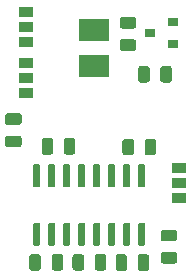
<source format=gbr>
G04 #@! TF.GenerationSoftware,KiCad,Pcbnew,(5.1.5)-3*
G04 #@! TF.CreationDate,2020-12-08T16:15:33+01:00*
G04 #@! TF.ProjectId,Microduino_UART,4d696372-6f64-4756-996e-6f5f55415254,0.0*
G04 #@! TF.SameCoordinates,Original*
G04 #@! TF.FileFunction,Paste,Bot*
G04 #@! TF.FilePolarity,Positive*
%FSLAX46Y46*%
G04 Gerber Fmt 4.6, Leading zero omitted, Abs format (unit mm)*
G04 Created by KiCad (PCBNEW (5.1.5)-3) date 2020-12-08 16:15:33*
%MOMM*%
%LPD*%
G04 APERTURE LIST*
%ADD10C,0.100000*%
%ADD11R,1.270000X0.970000*%
%ADD12R,0.900000X0.800000*%
%ADD13R,2.500000X1.950000*%
G04 APERTURE END LIST*
D10*
G36*
X155802242Y-78765074D02*
G01*
X155825903Y-78768584D01*
X155849107Y-78774396D01*
X155871629Y-78782454D01*
X155893253Y-78792682D01*
X155913770Y-78804979D01*
X155932983Y-78819229D01*
X155950707Y-78835293D01*
X155966771Y-78853017D01*
X155981021Y-78872230D01*
X155993318Y-78892747D01*
X156003546Y-78914371D01*
X156011604Y-78936893D01*
X156017416Y-78960097D01*
X156020926Y-78983758D01*
X156022100Y-79007650D01*
X156022100Y-79920150D01*
X156020926Y-79944042D01*
X156017416Y-79967703D01*
X156011604Y-79990907D01*
X156003546Y-80013429D01*
X155993318Y-80035053D01*
X155981021Y-80055570D01*
X155966771Y-80074783D01*
X155950707Y-80092507D01*
X155932983Y-80108571D01*
X155913770Y-80122821D01*
X155893253Y-80135118D01*
X155871629Y-80145346D01*
X155849107Y-80153404D01*
X155825903Y-80159216D01*
X155802242Y-80162726D01*
X155778350Y-80163900D01*
X155290850Y-80163900D01*
X155266958Y-80162726D01*
X155243297Y-80159216D01*
X155220093Y-80153404D01*
X155197571Y-80145346D01*
X155175947Y-80135118D01*
X155155430Y-80122821D01*
X155136217Y-80108571D01*
X155118493Y-80092507D01*
X155102429Y-80074783D01*
X155088179Y-80055570D01*
X155075882Y-80035053D01*
X155065654Y-80013429D01*
X155057596Y-79990907D01*
X155051784Y-79967703D01*
X155048274Y-79944042D01*
X155047100Y-79920150D01*
X155047100Y-79007650D01*
X155048274Y-78983758D01*
X155051784Y-78960097D01*
X155057596Y-78936893D01*
X155065654Y-78914371D01*
X155075882Y-78892747D01*
X155088179Y-78872230D01*
X155102429Y-78853017D01*
X155118493Y-78835293D01*
X155136217Y-78819229D01*
X155155430Y-78804979D01*
X155175947Y-78792682D01*
X155197571Y-78782454D01*
X155220093Y-78774396D01*
X155243297Y-78768584D01*
X155266958Y-78765074D01*
X155290850Y-78763900D01*
X155778350Y-78763900D01*
X155802242Y-78765074D01*
G37*
G36*
X153927242Y-78765074D02*
G01*
X153950903Y-78768584D01*
X153974107Y-78774396D01*
X153996629Y-78782454D01*
X154018253Y-78792682D01*
X154038770Y-78804979D01*
X154057983Y-78819229D01*
X154075707Y-78835293D01*
X154091771Y-78853017D01*
X154106021Y-78872230D01*
X154118318Y-78892747D01*
X154128546Y-78914371D01*
X154136604Y-78936893D01*
X154142416Y-78960097D01*
X154145926Y-78983758D01*
X154147100Y-79007650D01*
X154147100Y-79920150D01*
X154145926Y-79944042D01*
X154142416Y-79967703D01*
X154136604Y-79990907D01*
X154128546Y-80013429D01*
X154118318Y-80035053D01*
X154106021Y-80055570D01*
X154091771Y-80074783D01*
X154075707Y-80092507D01*
X154057983Y-80108571D01*
X154038770Y-80122821D01*
X154018253Y-80135118D01*
X153996629Y-80145346D01*
X153974107Y-80153404D01*
X153950903Y-80159216D01*
X153927242Y-80162726D01*
X153903350Y-80163900D01*
X153415850Y-80163900D01*
X153391958Y-80162726D01*
X153368297Y-80159216D01*
X153345093Y-80153404D01*
X153322571Y-80145346D01*
X153300947Y-80135118D01*
X153280430Y-80122821D01*
X153261217Y-80108571D01*
X153243493Y-80092507D01*
X153227429Y-80074783D01*
X153213179Y-80055570D01*
X153200882Y-80035053D01*
X153190654Y-80013429D01*
X153182596Y-79990907D01*
X153176784Y-79967703D01*
X153173274Y-79944042D01*
X153172100Y-79920150D01*
X153172100Y-79007650D01*
X153173274Y-78983758D01*
X153176784Y-78960097D01*
X153182596Y-78936893D01*
X153190654Y-78914371D01*
X153200882Y-78892747D01*
X153213179Y-78872230D01*
X153227429Y-78853017D01*
X153243493Y-78835293D01*
X153261217Y-78819229D01*
X153280430Y-78804979D01*
X153300947Y-78792682D01*
X153322571Y-78782454D01*
X153345093Y-78774396D01*
X153368297Y-78768584D01*
X153391958Y-78765074D01*
X153415850Y-78763900D01*
X153903350Y-78763900D01*
X153927242Y-78765074D01*
G37*
G36*
X151573142Y-88518674D02*
G01*
X151596803Y-88522184D01*
X151620007Y-88527996D01*
X151642529Y-88536054D01*
X151664153Y-88546282D01*
X151684670Y-88558579D01*
X151703883Y-88572829D01*
X151721607Y-88588893D01*
X151737671Y-88606617D01*
X151751921Y-88625830D01*
X151764218Y-88646347D01*
X151774446Y-88667971D01*
X151782504Y-88690493D01*
X151788316Y-88713697D01*
X151791826Y-88737358D01*
X151793000Y-88761250D01*
X151793000Y-89673750D01*
X151791826Y-89697642D01*
X151788316Y-89721303D01*
X151782504Y-89744507D01*
X151774446Y-89767029D01*
X151764218Y-89788653D01*
X151751921Y-89809170D01*
X151737671Y-89828383D01*
X151721607Y-89846107D01*
X151703883Y-89862171D01*
X151684670Y-89876421D01*
X151664153Y-89888718D01*
X151642529Y-89898946D01*
X151620007Y-89907004D01*
X151596803Y-89912816D01*
X151573142Y-89916326D01*
X151549250Y-89917500D01*
X151061750Y-89917500D01*
X151037858Y-89916326D01*
X151014197Y-89912816D01*
X150990993Y-89907004D01*
X150968471Y-89898946D01*
X150946847Y-89888718D01*
X150926330Y-89876421D01*
X150907117Y-89862171D01*
X150889393Y-89846107D01*
X150873329Y-89828383D01*
X150859079Y-89809170D01*
X150846782Y-89788653D01*
X150836554Y-89767029D01*
X150828496Y-89744507D01*
X150822684Y-89721303D01*
X150819174Y-89697642D01*
X150818000Y-89673750D01*
X150818000Y-88761250D01*
X150819174Y-88737358D01*
X150822684Y-88713697D01*
X150828496Y-88690493D01*
X150836554Y-88667971D01*
X150846782Y-88646347D01*
X150859079Y-88625830D01*
X150873329Y-88606617D01*
X150889393Y-88588893D01*
X150907117Y-88572829D01*
X150926330Y-88558579D01*
X150946847Y-88546282D01*
X150968471Y-88536054D01*
X150990993Y-88527996D01*
X151014197Y-88522184D01*
X151037858Y-88518674D01*
X151061750Y-88517500D01*
X151549250Y-88517500D01*
X151573142Y-88518674D01*
G37*
G36*
X149698142Y-88518674D02*
G01*
X149721803Y-88522184D01*
X149745007Y-88527996D01*
X149767529Y-88536054D01*
X149789153Y-88546282D01*
X149809670Y-88558579D01*
X149828883Y-88572829D01*
X149846607Y-88588893D01*
X149862671Y-88606617D01*
X149876921Y-88625830D01*
X149889218Y-88646347D01*
X149899446Y-88667971D01*
X149907504Y-88690493D01*
X149913316Y-88713697D01*
X149916826Y-88737358D01*
X149918000Y-88761250D01*
X149918000Y-89673750D01*
X149916826Y-89697642D01*
X149913316Y-89721303D01*
X149907504Y-89744507D01*
X149899446Y-89767029D01*
X149889218Y-89788653D01*
X149876921Y-89809170D01*
X149862671Y-89828383D01*
X149846607Y-89846107D01*
X149828883Y-89862171D01*
X149809670Y-89876421D01*
X149789153Y-89888718D01*
X149767529Y-89898946D01*
X149745007Y-89907004D01*
X149721803Y-89912816D01*
X149698142Y-89916326D01*
X149674250Y-89917500D01*
X149186750Y-89917500D01*
X149162858Y-89916326D01*
X149139197Y-89912816D01*
X149115993Y-89907004D01*
X149093471Y-89898946D01*
X149071847Y-89888718D01*
X149051330Y-89876421D01*
X149032117Y-89862171D01*
X149014393Y-89846107D01*
X148998329Y-89828383D01*
X148984079Y-89809170D01*
X148971782Y-89788653D01*
X148961554Y-89767029D01*
X148953496Y-89744507D01*
X148947684Y-89721303D01*
X148944174Y-89697642D01*
X148943000Y-89673750D01*
X148943000Y-88761250D01*
X148944174Y-88737358D01*
X148947684Y-88713697D01*
X148953496Y-88690493D01*
X148961554Y-88667971D01*
X148971782Y-88646347D01*
X148984079Y-88625830D01*
X148998329Y-88606617D01*
X149014393Y-88588893D01*
X149032117Y-88572829D01*
X149051330Y-88558579D01*
X149071847Y-88546282D01*
X149093471Y-88536054D01*
X149115993Y-88527996D01*
X149139197Y-88522184D01*
X149162858Y-88518674D01*
X149186750Y-88517500D01*
X149674250Y-88517500D01*
X149698142Y-88518674D01*
G37*
G36*
X153343042Y-88531374D02*
G01*
X153366703Y-88534884D01*
X153389907Y-88540696D01*
X153412429Y-88548754D01*
X153434053Y-88558982D01*
X153454570Y-88571279D01*
X153473783Y-88585529D01*
X153491507Y-88601593D01*
X153507571Y-88619317D01*
X153521821Y-88638530D01*
X153534118Y-88659047D01*
X153544346Y-88680671D01*
X153552404Y-88703193D01*
X153558216Y-88726397D01*
X153561726Y-88750058D01*
X153562900Y-88773950D01*
X153562900Y-89686450D01*
X153561726Y-89710342D01*
X153558216Y-89734003D01*
X153552404Y-89757207D01*
X153544346Y-89779729D01*
X153534118Y-89801353D01*
X153521821Y-89821870D01*
X153507571Y-89841083D01*
X153491507Y-89858807D01*
X153473783Y-89874871D01*
X153454570Y-89889121D01*
X153434053Y-89901418D01*
X153412429Y-89911646D01*
X153389907Y-89919704D01*
X153366703Y-89925516D01*
X153343042Y-89929026D01*
X153319150Y-89930200D01*
X152831650Y-89930200D01*
X152807758Y-89929026D01*
X152784097Y-89925516D01*
X152760893Y-89919704D01*
X152738371Y-89911646D01*
X152716747Y-89901418D01*
X152696230Y-89889121D01*
X152677017Y-89874871D01*
X152659293Y-89858807D01*
X152643229Y-89841083D01*
X152628979Y-89821870D01*
X152616682Y-89801353D01*
X152606454Y-89779729D01*
X152598396Y-89757207D01*
X152592584Y-89734003D01*
X152589074Y-89710342D01*
X152587900Y-89686450D01*
X152587900Y-88773950D01*
X152589074Y-88750058D01*
X152592584Y-88726397D01*
X152598396Y-88703193D01*
X152606454Y-88680671D01*
X152616682Y-88659047D01*
X152628979Y-88638530D01*
X152643229Y-88619317D01*
X152659293Y-88601593D01*
X152677017Y-88585529D01*
X152696230Y-88571279D01*
X152716747Y-88558982D01*
X152738371Y-88548754D01*
X152760893Y-88540696D01*
X152784097Y-88534884D01*
X152807758Y-88531374D01*
X152831650Y-88530200D01*
X153319150Y-88530200D01*
X153343042Y-88531374D01*
G37*
G36*
X155218042Y-88531374D02*
G01*
X155241703Y-88534884D01*
X155264907Y-88540696D01*
X155287429Y-88548754D01*
X155309053Y-88558982D01*
X155329570Y-88571279D01*
X155348783Y-88585529D01*
X155366507Y-88601593D01*
X155382571Y-88619317D01*
X155396821Y-88638530D01*
X155409118Y-88659047D01*
X155419346Y-88680671D01*
X155427404Y-88703193D01*
X155433216Y-88726397D01*
X155436726Y-88750058D01*
X155437900Y-88773950D01*
X155437900Y-89686450D01*
X155436726Y-89710342D01*
X155433216Y-89734003D01*
X155427404Y-89757207D01*
X155419346Y-89779729D01*
X155409118Y-89801353D01*
X155396821Y-89821870D01*
X155382571Y-89841083D01*
X155366507Y-89858807D01*
X155348783Y-89874871D01*
X155329570Y-89889121D01*
X155309053Y-89901418D01*
X155287429Y-89911646D01*
X155264907Y-89919704D01*
X155241703Y-89925516D01*
X155218042Y-89929026D01*
X155194150Y-89930200D01*
X154706650Y-89930200D01*
X154682758Y-89929026D01*
X154659097Y-89925516D01*
X154635893Y-89919704D01*
X154613371Y-89911646D01*
X154591747Y-89901418D01*
X154571230Y-89889121D01*
X154552017Y-89874871D01*
X154534293Y-89858807D01*
X154518229Y-89841083D01*
X154503979Y-89821870D01*
X154491682Y-89801353D01*
X154481454Y-89779729D01*
X154473396Y-89757207D01*
X154467584Y-89734003D01*
X154464074Y-89710342D01*
X154462900Y-89686450D01*
X154462900Y-88773950D01*
X154464074Y-88750058D01*
X154467584Y-88726397D01*
X154473396Y-88703193D01*
X154481454Y-88680671D01*
X154491682Y-88659047D01*
X154503979Y-88638530D01*
X154518229Y-88619317D01*
X154534293Y-88601593D01*
X154552017Y-88585529D01*
X154571230Y-88571279D01*
X154591747Y-88558982D01*
X154613371Y-88548754D01*
X154635893Y-88540696D01*
X154659097Y-88534884D01*
X154682758Y-88531374D01*
X154706650Y-88530200D01*
X155194150Y-88530200D01*
X155218042Y-88531374D01*
G37*
G36*
X157579142Y-86472874D02*
G01*
X157602803Y-86476384D01*
X157626007Y-86482196D01*
X157648529Y-86490254D01*
X157670153Y-86500482D01*
X157690670Y-86512779D01*
X157709883Y-86527029D01*
X157727607Y-86543093D01*
X157743671Y-86560817D01*
X157757921Y-86580030D01*
X157770218Y-86600547D01*
X157780446Y-86622171D01*
X157788504Y-86644693D01*
X157794316Y-86667897D01*
X157797826Y-86691558D01*
X157799000Y-86715450D01*
X157799000Y-87202950D01*
X157797826Y-87226842D01*
X157794316Y-87250503D01*
X157788504Y-87273707D01*
X157780446Y-87296229D01*
X157770218Y-87317853D01*
X157757921Y-87338370D01*
X157743671Y-87357583D01*
X157727607Y-87375307D01*
X157709883Y-87391371D01*
X157690670Y-87405621D01*
X157670153Y-87417918D01*
X157648529Y-87428146D01*
X157626007Y-87436204D01*
X157602803Y-87442016D01*
X157579142Y-87445526D01*
X157555250Y-87446700D01*
X156642750Y-87446700D01*
X156618858Y-87445526D01*
X156595197Y-87442016D01*
X156571993Y-87436204D01*
X156549471Y-87428146D01*
X156527847Y-87417918D01*
X156507330Y-87405621D01*
X156488117Y-87391371D01*
X156470393Y-87375307D01*
X156454329Y-87357583D01*
X156440079Y-87338370D01*
X156427782Y-87317853D01*
X156417554Y-87296229D01*
X156409496Y-87273707D01*
X156403684Y-87250503D01*
X156400174Y-87226842D01*
X156399000Y-87202950D01*
X156399000Y-86715450D01*
X156400174Y-86691558D01*
X156403684Y-86667897D01*
X156409496Y-86644693D01*
X156417554Y-86622171D01*
X156427782Y-86600547D01*
X156440079Y-86580030D01*
X156454329Y-86560817D01*
X156470393Y-86543093D01*
X156488117Y-86527029D01*
X156507330Y-86512779D01*
X156527847Y-86500482D01*
X156549471Y-86490254D01*
X156571993Y-86482196D01*
X156595197Y-86476384D01*
X156618858Y-86472874D01*
X156642750Y-86471700D01*
X157555250Y-86471700D01*
X157579142Y-86472874D01*
G37*
G36*
X157579142Y-88347874D02*
G01*
X157602803Y-88351384D01*
X157626007Y-88357196D01*
X157648529Y-88365254D01*
X157670153Y-88375482D01*
X157690670Y-88387779D01*
X157709883Y-88402029D01*
X157727607Y-88418093D01*
X157743671Y-88435817D01*
X157757921Y-88455030D01*
X157770218Y-88475547D01*
X157780446Y-88497171D01*
X157788504Y-88519693D01*
X157794316Y-88542897D01*
X157797826Y-88566558D01*
X157799000Y-88590450D01*
X157799000Y-89077950D01*
X157797826Y-89101842D01*
X157794316Y-89125503D01*
X157788504Y-89148707D01*
X157780446Y-89171229D01*
X157770218Y-89192853D01*
X157757921Y-89213370D01*
X157743671Y-89232583D01*
X157727607Y-89250307D01*
X157709883Y-89266371D01*
X157690670Y-89280621D01*
X157670153Y-89292918D01*
X157648529Y-89303146D01*
X157626007Y-89311204D01*
X157602803Y-89317016D01*
X157579142Y-89320526D01*
X157555250Y-89321700D01*
X156642750Y-89321700D01*
X156618858Y-89320526D01*
X156595197Y-89317016D01*
X156571993Y-89311204D01*
X156549471Y-89303146D01*
X156527847Y-89292918D01*
X156507330Y-89280621D01*
X156488117Y-89266371D01*
X156470393Y-89250307D01*
X156454329Y-89232583D01*
X156440079Y-89213370D01*
X156427782Y-89192853D01*
X156417554Y-89171229D01*
X156409496Y-89148707D01*
X156403684Y-89125503D01*
X156400174Y-89101842D01*
X156399000Y-89077950D01*
X156399000Y-88590450D01*
X156400174Y-88566558D01*
X156403684Y-88542897D01*
X156409496Y-88519693D01*
X156417554Y-88497171D01*
X156427782Y-88475547D01*
X156440079Y-88455030D01*
X156454329Y-88435817D01*
X156470393Y-88418093D01*
X156488117Y-88402029D01*
X156507330Y-88387779D01*
X156527847Y-88375482D01*
X156549471Y-88365254D01*
X156571993Y-88357196D01*
X156595197Y-88351384D01*
X156618858Y-88347874D01*
X156642750Y-88346700D01*
X157555250Y-88346700D01*
X157579142Y-88347874D01*
G37*
G36*
X147928242Y-88518674D02*
G01*
X147951903Y-88522184D01*
X147975107Y-88527996D01*
X147997629Y-88536054D01*
X148019253Y-88546282D01*
X148039770Y-88558579D01*
X148058983Y-88572829D01*
X148076707Y-88588893D01*
X148092771Y-88606617D01*
X148107021Y-88625830D01*
X148119318Y-88646347D01*
X148129546Y-88667971D01*
X148137604Y-88690493D01*
X148143416Y-88713697D01*
X148146926Y-88737358D01*
X148148100Y-88761250D01*
X148148100Y-89673750D01*
X148146926Y-89697642D01*
X148143416Y-89721303D01*
X148137604Y-89744507D01*
X148129546Y-89767029D01*
X148119318Y-89788653D01*
X148107021Y-89809170D01*
X148092771Y-89828383D01*
X148076707Y-89846107D01*
X148058983Y-89862171D01*
X148039770Y-89876421D01*
X148019253Y-89888718D01*
X147997629Y-89898946D01*
X147975107Y-89907004D01*
X147951903Y-89912816D01*
X147928242Y-89916326D01*
X147904350Y-89917500D01*
X147416850Y-89917500D01*
X147392958Y-89916326D01*
X147369297Y-89912816D01*
X147346093Y-89907004D01*
X147323571Y-89898946D01*
X147301947Y-89888718D01*
X147281430Y-89876421D01*
X147262217Y-89862171D01*
X147244493Y-89846107D01*
X147228429Y-89828383D01*
X147214179Y-89809170D01*
X147201882Y-89788653D01*
X147191654Y-89767029D01*
X147183596Y-89744507D01*
X147177784Y-89721303D01*
X147174274Y-89697642D01*
X147173100Y-89673750D01*
X147173100Y-88761250D01*
X147174274Y-88737358D01*
X147177784Y-88713697D01*
X147183596Y-88690493D01*
X147191654Y-88667971D01*
X147201882Y-88646347D01*
X147214179Y-88625830D01*
X147228429Y-88606617D01*
X147244493Y-88588893D01*
X147262217Y-88572829D01*
X147281430Y-88558579D01*
X147301947Y-88546282D01*
X147323571Y-88536054D01*
X147346093Y-88527996D01*
X147369297Y-88522184D01*
X147392958Y-88518674D01*
X147416850Y-88517500D01*
X147904350Y-88517500D01*
X147928242Y-88518674D01*
G37*
G36*
X146053242Y-88518674D02*
G01*
X146076903Y-88522184D01*
X146100107Y-88527996D01*
X146122629Y-88536054D01*
X146144253Y-88546282D01*
X146164770Y-88558579D01*
X146183983Y-88572829D01*
X146201707Y-88588893D01*
X146217771Y-88606617D01*
X146232021Y-88625830D01*
X146244318Y-88646347D01*
X146254546Y-88667971D01*
X146262604Y-88690493D01*
X146268416Y-88713697D01*
X146271926Y-88737358D01*
X146273100Y-88761250D01*
X146273100Y-89673750D01*
X146271926Y-89697642D01*
X146268416Y-89721303D01*
X146262604Y-89744507D01*
X146254546Y-89767029D01*
X146244318Y-89788653D01*
X146232021Y-89809170D01*
X146217771Y-89828383D01*
X146201707Y-89846107D01*
X146183983Y-89862171D01*
X146164770Y-89876421D01*
X146144253Y-89888718D01*
X146122629Y-89898946D01*
X146100107Y-89907004D01*
X146076903Y-89912816D01*
X146053242Y-89916326D01*
X146029350Y-89917500D01*
X145541850Y-89917500D01*
X145517958Y-89916326D01*
X145494297Y-89912816D01*
X145471093Y-89907004D01*
X145448571Y-89898946D01*
X145426947Y-89888718D01*
X145406430Y-89876421D01*
X145387217Y-89862171D01*
X145369493Y-89846107D01*
X145353429Y-89828383D01*
X145339179Y-89809170D01*
X145326882Y-89788653D01*
X145316654Y-89767029D01*
X145308596Y-89744507D01*
X145302784Y-89721303D01*
X145299274Y-89697642D01*
X145298100Y-89673750D01*
X145298100Y-88761250D01*
X145299274Y-88737358D01*
X145302784Y-88713697D01*
X145308596Y-88690493D01*
X145316654Y-88667971D01*
X145326882Y-88646347D01*
X145339179Y-88625830D01*
X145353429Y-88606617D01*
X145369493Y-88588893D01*
X145387217Y-88572829D01*
X145406430Y-88558579D01*
X145426947Y-88546282D01*
X145448571Y-88536054D01*
X145471093Y-88527996D01*
X145494297Y-88522184D01*
X145517958Y-88518674D01*
X145541850Y-88517500D01*
X146029350Y-88517500D01*
X146053242Y-88518674D01*
G37*
D11*
X145046700Y-72339200D03*
X145046700Y-73609200D03*
X145046700Y-74879200D03*
X145046700Y-70535800D03*
X145046700Y-69265800D03*
X145046700Y-67995800D03*
D12*
X157489400Y-68849200D03*
X157489400Y-70749200D03*
X155489400Y-69799200D03*
D10*
G36*
X154112042Y-68451574D02*
G01*
X154135703Y-68455084D01*
X154158907Y-68460896D01*
X154181429Y-68468954D01*
X154203053Y-68479182D01*
X154223570Y-68491479D01*
X154242783Y-68505729D01*
X154260507Y-68521793D01*
X154276571Y-68539517D01*
X154290821Y-68558730D01*
X154303118Y-68579247D01*
X154313346Y-68600871D01*
X154321404Y-68623393D01*
X154327216Y-68646597D01*
X154330726Y-68670258D01*
X154331900Y-68694150D01*
X154331900Y-69181650D01*
X154330726Y-69205542D01*
X154327216Y-69229203D01*
X154321404Y-69252407D01*
X154313346Y-69274929D01*
X154303118Y-69296553D01*
X154290821Y-69317070D01*
X154276571Y-69336283D01*
X154260507Y-69354007D01*
X154242783Y-69370071D01*
X154223570Y-69384321D01*
X154203053Y-69396618D01*
X154181429Y-69406846D01*
X154158907Y-69414904D01*
X154135703Y-69420716D01*
X154112042Y-69424226D01*
X154088150Y-69425400D01*
X153175650Y-69425400D01*
X153151758Y-69424226D01*
X153128097Y-69420716D01*
X153104893Y-69414904D01*
X153082371Y-69406846D01*
X153060747Y-69396618D01*
X153040230Y-69384321D01*
X153021017Y-69370071D01*
X153003293Y-69354007D01*
X152987229Y-69336283D01*
X152972979Y-69317070D01*
X152960682Y-69296553D01*
X152950454Y-69274929D01*
X152942396Y-69252407D01*
X152936584Y-69229203D01*
X152933074Y-69205542D01*
X152931900Y-69181650D01*
X152931900Y-68694150D01*
X152933074Y-68670258D01*
X152936584Y-68646597D01*
X152942396Y-68623393D01*
X152950454Y-68600871D01*
X152960682Y-68579247D01*
X152972979Y-68558730D01*
X152987229Y-68539517D01*
X153003293Y-68521793D01*
X153021017Y-68505729D01*
X153040230Y-68491479D01*
X153060747Y-68479182D01*
X153082371Y-68468954D01*
X153104893Y-68460896D01*
X153128097Y-68455084D01*
X153151758Y-68451574D01*
X153175650Y-68450400D01*
X154088150Y-68450400D01*
X154112042Y-68451574D01*
G37*
G36*
X154112042Y-70326574D02*
G01*
X154135703Y-70330084D01*
X154158907Y-70335896D01*
X154181429Y-70343954D01*
X154203053Y-70354182D01*
X154223570Y-70366479D01*
X154242783Y-70380729D01*
X154260507Y-70396793D01*
X154276571Y-70414517D01*
X154290821Y-70433730D01*
X154303118Y-70454247D01*
X154313346Y-70475871D01*
X154321404Y-70498393D01*
X154327216Y-70521597D01*
X154330726Y-70545258D01*
X154331900Y-70569150D01*
X154331900Y-71056650D01*
X154330726Y-71080542D01*
X154327216Y-71104203D01*
X154321404Y-71127407D01*
X154313346Y-71149929D01*
X154303118Y-71171553D01*
X154290821Y-71192070D01*
X154276571Y-71211283D01*
X154260507Y-71229007D01*
X154242783Y-71245071D01*
X154223570Y-71259321D01*
X154203053Y-71271618D01*
X154181429Y-71281846D01*
X154158907Y-71289904D01*
X154135703Y-71295716D01*
X154112042Y-71299226D01*
X154088150Y-71300400D01*
X153175650Y-71300400D01*
X153151758Y-71299226D01*
X153128097Y-71295716D01*
X153104893Y-71289904D01*
X153082371Y-71281846D01*
X153060747Y-71271618D01*
X153040230Y-71259321D01*
X153021017Y-71245071D01*
X153003293Y-71229007D01*
X152987229Y-71211283D01*
X152972979Y-71192070D01*
X152960682Y-71171553D01*
X152950454Y-71149929D01*
X152942396Y-71127407D01*
X152936584Y-71104203D01*
X152933074Y-71080542D01*
X152931900Y-71056650D01*
X152931900Y-70569150D01*
X152933074Y-70545258D01*
X152936584Y-70521597D01*
X152942396Y-70498393D01*
X152950454Y-70475871D01*
X152960682Y-70454247D01*
X152972979Y-70433730D01*
X152987229Y-70414517D01*
X153003293Y-70396793D01*
X153021017Y-70380729D01*
X153040230Y-70366479D01*
X153060747Y-70354182D01*
X153082371Y-70343954D01*
X153104893Y-70335896D01*
X153128097Y-70330084D01*
X153151758Y-70326574D01*
X153175650Y-70325400D01*
X154088150Y-70325400D01*
X154112042Y-70326574D01*
G37*
G36*
X157135742Y-72592874D02*
G01*
X157159403Y-72596384D01*
X157182607Y-72602196D01*
X157205129Y-72610254D01*
X157226753Y-72620482D01*
X157247270Y-72632779D01*
X157266483Y-72647029D01*
X157284207Y-72663093D01*
X157300271Y-72680817D01*
X157314521Y-72700030D01*
X157326818Y-72720547D01*
X157337046Y-72742171D01*
X157345104Y-72764693D01*
X157350916Y-72787897D01*
X157354426Y-72811558D01*
X157355600Y-72835450D01*
X157355600Y-73747950D01*
X157354426Y-73771842D01*
X157350916Y-73795503D01*
X157345104Y-73818707D01*
X157337046Y-73841229D01*
X157326818Y-73862853D01*
X157314521Y-73883370D01*
X157300271Y-73902583D01*
X157284207Y-73920307D01*
X157266483Y-73936371D01*
X157247270Y-73950621D01*
X157226753Y-73962918D01*
X157205129Y-73973146D01*
X157182607Y-73981204D01*
X157159403Y-73987016D01*
X157135742Y-73990526D01*
X157111850Y-73991700D01*
X156624350Y-73991700D01*
X156600458Y-73990526D01*
X156576797Y-73987016D01*
X156553593Y-73981204D01*
X156531071Y-73973146D01*
X156509447Y-73962918D01*
X156488930Y-73950621D01*
X156469717Y-73936371D01*
X156451993Y-73920307D01*
X156435929Y-73902583D01*
X156421679Y-73883370D01*
X156409382Y-73862853D01*
X156399154Y-73841229D01*
X156391096Y-73818707D01*
X156385284Y-73795503D01*
X156381774Y-73771842D01*
X156380600Y-73747950D01*
X156380600Y-72835450D01*
X156381774Y-72811558D01*
X156385284Y-72787897D01*
X156391096Y-72764693D01*
X156399154Y-72742171D01*
X156409382Y-72720547D01*
X156421679Y-72700030D01*
X156435929Y-72680817D01*
X156451993Y-72663093D01*
X156469717Y-72647029D01*
X156488930Y-72632779D01*
X156509447Y-72620482D01*
X156531071Y-72610254D01*
X156553593Y-72602196D01*
X156576797Y-72596384D01*
X156600458Y-72592874D01*
X156624350Y-72591700D01*
X157111850Y-72591700D01*
X157135742Y-72592874D01*
G37*
G36*
X155260742Y-72592874D02*
G01*
X155284403Y-72596384D01*
X155307607Y-72602196D01*
X155330129Y-72610254D01*
X155351753Y-72620482D01*
X155372270Y-72632779D01*
X155391483Y-72647029D01*
X155409207Y-72663093D01*
X155425271Y-72680817D01*
X155439521Y-72700030D01*
X155451818Y-72720547D01*
X155462046Y-72742171D01*
X155470104Y-72764693D01*
X155475916Y-72787897D01*
X155479426Y-72811558D01*
X155480600Y-72835450D01*
X155480600Y-73747950D01*
X155479426Y-73771842D01*
X155475916Y-73795503D01*
X155470104Y-73818707D01*
X155462046Y-73841229D01*
X155451818Y-73862853D01*
X155439521Y-73883370D01*
X155425271Y-73902583D01*
X155409207Y-73920307D01*
X155391483Y-73936371D01*
X155372270Y-73950621D01*
X155351753Y-73962918D01*
X155330129Y-73973146D01*
X155307607Y-73981204D01*
X155284403Y-73987016D01*
X155260742Y-73990526D01*
X155236850Y-73991700D01*
X154749350Y-73991700D01*
X154725458Y-73990526D01*
X154701797Y-73987016D01*
X154678593Y-73981204D01*
X154656071Y-73973146D01*
X154634447Y-73962918D01*
X154613930Y-73950621D01*
X154594717Y-73936371D01*
X154576993Y-73920307D01*
X154560929Y-73902583D01*
X154546679Y-73883370D01*
X154534382Y-73862853D01*
X154524154Y-73841229D01*
X154516096Y-73818707D01*
X154510284Y-73795503D01*
X154506774Y-73771842D01*
X154505600Y-73747950D01*
X154505600Y-72835450D01*
X154506774Y-72811558D01*
X154510284Y-72787897D01*
X154516096Y-72764693D01*
X154524154Y-72742171D01*
X154534382Y-72720547D01*
X154546679Y-72700030D01*
X154560929Y-72680817D01*
X154576993Y-72663093D01*
X154594717Y-72647029D01*
X154613930Y-72632779D01*
X154634447Y-72620482D01*
X154656071Y-72610254D01*
X154678593Y-72602196D01*
X154701797Y-72596384D01*
X154725458Y-72592874D01*
X154749350Y-72591700D01*
X155236850Y-72591700D01*
X155260742Y-72592874D01*
G37*
G36*
X154965003Y-85866822D02*
G01*
X154979564Y-85868982D01*
X154993843Y-85872559D01*
X155007703Y-85877518D01*
X155021010Y-85883812D01*
X155033636Y-85891380D01*
X155045459Y-85900148D01*
X155056366Y-85910034D01*
X155066252Y-85920941D01*
X155075020Y-85932764D01*
X155082588Y-85945390D01*
X155088882Y-85958697D01*
X155093841Y-85972557D01*
X155097418Y-85986836D01*
X155099578Y-86001397D01*
X155100300Y-86016100D01*
X155100300Y-87666100D01*
X155099578Y-87680803D01*
X155097418Y-87695364D01*
X155093841Y-87709643D01*
X155088882Y-87723503D01*
X155082588Y-87736810D01*
X155075020Y-87749436D01*
X155066252Y-87761259D01*
X155056366Y-87772166D01*
X155045459Y-87782052D01*
X155033636Y-87790820D01*
X155021010Y-87798388D01*
X155007703Y-87804682D01*
X154993843Y-87809641D01*
X154979564Y-87813218D01*
X154965003Y-87815378D01*
X154950300Y-87816100D01*
X154650300Y-87816100D01*
X154635597Y-87815378D01*
X154621036Y-87813218D01*
X154606757Y-87809641D01*
X154592897Y-87804682D01*
X154579590Y-87798388D01*
X154566964Y-87790820D01*
X154555141Y-87782052D01*
X154544234Y-87772166D01*
X154534348Y-87761259D01*
X154525580Y-87749436D01*
X154518012Y-87736810D01*
X154511718Y-87723503D01*
X154506759Y-87709643D01*
X154503182Y-87695364D01*
X154501022Y-87680803D01*
X154500300Y-87666100D01*
X154500300Y-86016100D01*
X154501022Y-86001397D01*
X154503182Y-85986836D01*
X154506759Y-85972557D01*
X154511718Y-85958697D01*
X154518012Y-85945390D01*
X154525580Y-85932764D01*
X154534348Y-85920941D01*
X154544234Y-85910034D01*
X154555141Y-85900148D01*
X154566964Y-85891380D01*
X154579590Y-85883812D01*
X154592897Y-85877518D01*
X154606757Y-85872559D01*
X154621036Y-85868982D01*
X154635597Y-85866822D01*
X154650300Y-85866100D01*
X154950300Y-85866100D01*
X154965003Y-85866822D01*
G37*
G36*
X153695003Y-85866822D02*
G01*
X153709564Y-85868982D01*
X153723843Y-85872559D01*
X153737703Y-85877518D01*
X153751010Y-85883812D01*
X153763636Y-85891380D01*
X153775459Y-85900148D01*
X153786366Y-85910034D01*
X153796252Y-85920941D01*
X153805020Y-85932764D01*
X153812588Y-85945390D01*
X153818882Y-85958697D01*
X153823841Y-85972557D01*
X153827418Y-85986836D01*
X153829578Y-86001397D01*
X153830300Y-86016100D01*
X153830300Y-87666100D01*
X153829578Y-87680803D01*
X153827418Y-87695364D01*
X153823841Y-87709643D01*
X153818882Y-87723503D01*
X153812588Y-87736810D01*
X153805020Y-87749436D01*
X153796252Y-87761259D01*
X153786366Y-87772166D01*
X153775459Y-87782052D01*
X153763636Y-87790820D01*
X153751010Y-87798388D01*
X153737703Y-87804682D01*
X153723843Y-87809641D01*
X153709564Y-87813218D01*
X153695003Y-87815378D01*
X153680300Y-87816100D01*
X153380300Y-87816100D01*
X153365597Y-87815378D01*
X153351036Y-87813218D01*
X153336757Y-87809641D01*
X153322897Y-87804682D01*
X153309590Y-87798388D01*
X153296964Y-87790820D01*
X153285141Y-87782052D01*
X153274234Y-87772166D01*
X153264348Y-87761259D01*
X153255580Y-87749436D01*
X153248012Y-87736810D01*
X153241718Y-87723503D01*
X153236759Y-87709643D01*
X153233182Y-87695364D01*
X153231022Y-87680803D01*
X153230300Y-87666100D01*
X153230300Y-86016100D01*
X153231022Y-86001397D01*
X153233182Y-85986836D01*
X153236759Y-85972557D01*
X153241718Y-85958697D01*
X153248012Y-85945390D01*
X153255580Y-85932764D01*
X153264348Y-85920941D01*
X153274234Y-85910034D01*
X153285141Y-85900148D01*
X153296964Y-85891380D01*
X153309590Y-85883812D01*
X153322897Y-85877518D01*
X153336757Y-85872559D01*
X153351036Y-85868982D01*
X153365597Y-85866822D01*
X153380300Y-85866100D01*
X153680300Y-85866100D01*
X153695003Y-85866822D01*
G37*
G36*
X152425003Y-85866822D02*
G01*
X152439564Y-85868982D01*
X152453843Y-85872559D01*
X152467703Y-85877518D01*
X152481010Y-85883812D01*
X152493636Y-85891380D01*
X152505459Y-85900148D01*
X152516366Y-85910034D01*
X152526252Y-85920941D01*
X152535020Y-85932764D01*
X152542588Y-85945390D01*
X152548882Y-85958697D01*
X152553841Y-85972557D01*
X152557418Y-85986836D01*
X152559578Y-86001397D01*
X152560300Y-86016100D01*
X152560300Y-87666100D01*
X152559578Y-87680803D01*
X152557418Y-87695364D01*
X152553841Y-87709643D01*
X152548882Y-87723503D01*
X152542588Y-87736810D01*
X152535020Y-87749436D01*
X152526252Y-87761259D01*
X152516366Y-87772166D01*
X152505459Y-87782052D01*
X152493636Y-87790820D01*
X152481010Y-87798388D01*
X152467703Y-87804682D01*
X152453843Y-87809641D01*
X152439564Y-87813218D01*
X152425003Y-87815378D01*
X152410300Y-87816100D01*
X152110300Y-87816100D01*
X152095597Y-87815378D01*
X152081036Y-87813218D01*
X152066757Y-87809641D01*
X152052897Y-87804682D01*
X152039590Y-87798388D01*
X152026964Y-87790820D01*
X152015141Y-87782052D01*
X152004234Y-87772166D01*
X151994348Y-87761259D01*
X151985580Y-87749436D01*
X151978012Y-87736810D01*
X151971718Y-87723503D01*
X151966759Y-87709643D01*
X151963182Y-87695364D01*
X151961022Y-87680803D01*
X151960300Y-87666100D01*
X151960300Y-86016100D01*
X151961022Y-86001397D01*
X151963182Y-85986836D01*
X151966759Y-85972557D01*
X151971718Y-85958697D01*
X151978012Y-85945390D01*
X151985580Y-85932764D01*
X151994348Y-85920941D01*
X152004234Y-85910034D01*
X152015141Y-85900148D01*
X152026964Y-85891380D01*
X152039590Y-85883812D01*
X152052897Y-85877518D01*
X152066757Y-85872559D01*
X152081036Y-85868982D01*
X152095597Y-85866822D01*
X152110300Y-85866100D01*
X152410300Y-85866100D01*
X152425003Y-85866822D01*
G37*
G36*
X151155003Y-85866822D02*
G01*
X151169564Y-85868982D01*
X151183843Y-85872559D01*
X151197703Y-85877518D01*
X151211010Y-85883812D01*
X151223636Y-85891380D01*
X151235459Y-85900148D01*
X151246366Y-85910034D01*
X151256252Y-85920941D01*
X151265020Y-85932764D01*
X151272588Y-85945390D01*
X151278882Y-85958697D01*
X151283841Y-85972557D01*
X151287418Y-85986836D01*
X151289578Y-86001397D01*
X151290300Y-86016100D01*
X151290300Y-87666100D01*
X151289578Y-87680803D01*
X151287418Y-87695364D01*
X151283841Y-87709643D01*
X151278882Y-87723503D01*
X151272588Y-87736810D01*
X151265020Y-87749436D01*
X151256252Y-87761259D01*
X151246366Y-87772166D01*
X151235459Y-87782052D01*
X151223636Y-87790820D01*
X151211010Y-87798388D01*
X151197703Y-87804682D01*
X151183843Y-87809641D01*
X151169564Y-87813218D01*
X151155003Y-87815378D01*
X151140300Y-87816100D01*
X150840300Y-87816100D01*
X150825597Y-87815378D01*
X150811036Y-87813218D01*
X150796757Y-87809641D01*
X150782897Y-87804682D01*
X150769590Y-87798388D01*
X150756964Y-87790820D01*
X150745141Y-87782052D01*
X150734234Y-87772166D01*
X150724348Y-87761259D01*
X150715580Y-87749436D01*
X150708012Y-87736810D01*
X150701718Y-87723503D01*
X150696759Y-87709643D01*
X150693182Y-87695364D01*
X150691022Y-87680803D01*
X150690300Y-87666100D01*
X150690300Y-86016100D01*
X150691022Y-86001397D01*
X150693182Y-85986836D01*
X150696759Y-85972557D01*
X150701718Y-85958697D01*
X150708012Y-85945390D01*
X150715580Y-85932764D01*
X150724348Y-85920941D01*
X150734234Y-85910034D01*
X150745141Y-85900148D01*
X150756964Y-85891380D01*
X150769590Y-85883812D01*
X150782897Y-85877518D01*
X150796757Y-85872559D01*
X150811036Y-85868982D01*
X150825597Y-85866822D01*
X150840300Y-85866100D01*
X151140300Y-85866100D01*
X151155003Y-85866822D01*
G37*
G36*
X149885003Y-85866822D02*
G01*
X149899564Y-85868982D01*
X149913843Y-85872559D01*
X149927703Y-85877518D01*
X149941010Y-85883812D01*
X149953636Y-85891380D01*
X149965459Y-85900148D01*
X149976366Y-85910034D01*
X149986252Y-85920941D01*
X149995020Y-85932764D01*
X150002588Y-85945390D01*
X150008882Y-85958697D01*
X150013841Y-85972557D01*
X150017418Y-85986836D01*
X150019578Y-86001397D01*
X150020300Y-86016100D01*
X150020300Y-87666100D01*
X150019578Y-87680803D01*
X150017418Y-87695364D01*
X150013841Y-87709643D01*
X150008882Y-87723503D01*
X150002588Y-87736810D01*
X149995020Y-87749436D01*
X149986252Y-87761259D01*
X149976366Y-87772166D01*
X149965459Y-87782052D01*
X149953636Y-87790820D01*
X149941010Y-87798388D01*
X149927703Y-87804682D01*
X149913843Y-87809641D01*
X149899564Y-87813218D01*
X149885003Y-87815378D01*
X149870300Y-87816100D01*
X149570300Y-87816100D01*
X149555597Y-87815378D01*
X149541036Y-87813218D01*
X149526757Y-87809641D01*
X149512897Y-87804682D01*
X149499590Y-87798388D01*
X149486964Y-87790820D01*
X149475141Y-87782052D01*
X149464234Y-87772166D01*
X149454348Y-87761259D01*
X149445580Y-87749436D01*
X149438012Y-87736810D01*
X149431718Y-87723503D01*
X149426759Y-87709643D01*
X149423182Y-87695364D01*
X149421022Y-87680803D01*
X149420300Y-87666100D01*
X149420300Y-86016100D01*
X149421022Y-86001397D01*
X149423182Y-85986836D01*
X149426759Y-85972557D01*
X149431718Y-85958697D01*
X149438012Y-85945390D01*
X149445580Y-85932764D01*
X149454348Y-85920941D01*
X149464234Y-85910034D01*
X149475141Y-85900148D01*
X149486964Y-85891380D01*
X149499590Y-85883812D01*
X149512897Y-85877518D01*
X149526757Y-85872559D01*
X149541036Y-85868982D01*
X149555597Y-85866822D01*
X149570300Y-85866100D01*
X149870300Y-85866100D01*
X149885003Y-85866822D01*
G37*
G36*
X148615003Y-85866822D02*
G01*
X148629564Y-85868982D01*
X148643843Y-85872559D01*
X148657703Y-85877518D01*
X148671010Y-85883812D01*
X148683636Y-85891380D01*
X148695459Y-85900148D01*
X148706366Y-85910034D01*
X148716252Y-85920941D01*
X148725020Y-85932764D01*
X148732588Y-85945390D01*
X148738882Y-85958697D01*
X148743841Y-85972557D01*
X148747418Y-85986836D01*
X148749578Y-86001397D01*
X148750300Y-86016100D01*
X148750300Y-87666100D01*
X148749578Y-87680803D01*
X148747418Y-87695364D01*
X148743841Y-87709643D01*
X148738882Y-87723503D01*
X148732588Y-87736810D01*
X148725020Y-87749436D01*
X148716252Y-87761259D01*
X148706366Y-87772166D01*
X148695459Y-87782052D01*
X148683636Y-87790820D01*
X148671010Y-87798388D01*
X148657703Y-87804682D01*
X148643843Y-87809641D01*
X148629564Y-87813218D01*
X148615003Y-87815378D01*
X148600300Y-87816100D01*
X148300300Y-87816100D01*
X148285597Y-87815378D01*
X148271036Y-87813218D01*
X148256757Y-87809641D01*
X148242897Y-87804682D01*
X148229590Y-87798388D01*
X148216964Y-87790820D01*
X148205141Y-87782052D01*
X148194234Y-87772166D01*
X148184348Y-87761259D01*
X148175580Y-87749436D01*
X148168012Y-87736810D01*
X148161718Y-87723503D01*
X148156759Y-87709643D01*
X148153182Y-87695364D01*
X148151022Y-87680803D01*
X148150300Y-87666100D01*
X148150300Y-86016100D01*
X148151022Y-86001397D01*
X148153182Y-85986836D01*
X148156759Y-85972557D01*
X148161718Y-85958697D01*
X148168012Y-85945390D01*
X148175580Y-85932764D01*
X148184348Y-85920941D01*
X148194234Y-85910034D01*
X148205141Y-85900148D01*
X148216964Y-85891380D01*
X148229590Y-85883812D01*
X148242897Y-85877518D01*
X148256757Y-85872559D01*
X148271036Y-85868982D01*
X148285597Y-85866822D01*
X148300300Y-85866100D01*
X148600300Y-85866100D01*
X148615003Y-85866822D01*
G37*
G36*
X147345003Y-85866822D02*
G01*
X147359564Y-85868982D01*
X147373843Y-85872559D01*
X147387703Y-85877518D01*
X147401010Y-85883812D01*
X147413636Y-85891380D01*
X147425459Y-85900148D01*
X147436366Y-85910034D01*
X147446252Y-85920941D01*
X147455020Y-85932764D01*
X147462588Y-85945390D01*
X147468882Y-85958697D01*
X147473841Y-85972557D01*
X147477418Y-85986836D01*
X147479578Y-86001397D01*
X147480300Y-86016100D01*
X147480300Y-87666100D01*
X147479578Y-87680803D01*
X147477418Y-87695364D01*
X147473841Y-87709643D01*
X147468882Y-87723503D01*
X147462588Y-87736810D01*
X147455020Y-87749436D01*
X147446252Y-87761259D01*
X147436366Y-87772166D01*
X147425459Y-87782052D01*
X147413636Y-87790820D01*
X147401010Y-87798388D01*
X147387703Y-87804682D01*
X147373843Y-87809641D01*
X147359564Y-87813218D01*
X147345003Y-87815378D01*
X147330300Y-87816100D01*
X147030300Y-87816100D01*
X147015597Y-87815378D01*
X147001036Y-87813218D01*
X146986757Y-87809641D01*
X146972897Y-87804682D01*
X146959590Y-87798388D01*
X146946964Y-87790820D01*
X146935141Y-87782052D01*
X146924234Y-87772166D01*
X146914348Y-87761259D01*
X146905580Y-87749436D01*
X146898012Y-87736810D01*
X146891718Y-87723503D01*
X146886759Y-87709643D01*
X146883182Y-87695364D01*
X146881022Y-87680803D01*
X146880300Y-87666100D01*
X146880300Y-86016100D01*
X146881022Y-86001397D01*
X146883182Y-85986836D01*
X146886759Y-85972557D01*
X146891718Y-85958697D01*
X146898012Y-85945390D01*
X146905580Y-85932764D01*
X146914348Y-85920941D01*
X146924234Y-85910034D01*
X146935141Y-85900148D01*
X146946964Y-85891380D01*
X146959590Y-85883812D01*
X146972897Y-85877518D01*
X146986757Y-85872559D01*
X147001036Y-85868982D01*
X147015597Y-85866822D01*
X147030300Y-85866100D01*
X147330300Y-85866100D01*
X147345003Y-85866822D01*
G37*
G36*
X146075003Y-85866822D02*
G01*
X146089564Y-85868982D01*
X146103843Y-85872559D01*
X146117703Y-85877518D01*
X146131010Y-85883812D01*
X146143636Y-85891380D01*
X146155459Y-85900148D01*
X146166366Y-85910034D01*
X146176252Y-85920941D01*
X146185020Y-85932764D01*
X146192588Y-85945390D01*
X146198882Y-85958697D01*
X146203841Y-85972557D01*
X146207418Y-85986836D01*
X146209578Y-86001397D01*
X146210300Y-86016100D01*
X146210300Y-87666100D01*
X146209578Y-87680803D01*
X146207418Y-87695364D01*
X146203841Y-87709643D01*
X146198882Y-87723503D01*
X146192588Y-87736810D01*
X146185020Y-87749436D01*
X146176252Y-87761259D01*
X146166366Y-87772166D01*
X146155459Y-87782052D01*
X146143636Y-87790820D01*
X146131010Y-87798388D01*
X146117703Y-87804682D01*
X146103843Y-87809641D01*
X146089564Y-87813218D01*
X146075003Y-87815378D01*
X146060300Y-87816100D01*
X145760300Y-87816100D01*
X145745597Y-87815378D01*
X145731036Y-87813218D01*
X145716757Y-87809641D01*
X145702897Y-87804682D01*
X145689590Y-87798388D01*
X145676964Y-87790820D01*
X145665141Y-87782052D01*
X145654234Y-87772166D01*
X145644348Y-87761259D01*
X145635580Y-87749436D01*
X145628012Y-87736810D01*
X145621718Y-87723503D01*
X145616759Y-87709643D01*
X145613182Y-87695364D01*
X145611022Y-87680803D01*
X145610300Y-87666100D01*
X145610300Y-86016100D01*
X145611022Y-86001397D01*
X145613182Y-85986836D01*
X145616759Y-85972557D01*
X145621718Y-85958697D01*
X145628012Y-85945390D01*
X145635580Y-85932764D01*
X145644348Y-85920941D01*
X145654234Y-85910034D01*
X145665141Y-85900148D01*
X145676964Y-85891380D01*
X145689590Y-85883812D01*
X145702897Y-85877518D01*
X145716757Y-85872559D01*
X145731036Y-85868982D01*
X145745597Y-85866822D01*
X145760300Y-85866100D01*
X146060300Y-85866100D01*
X146075003Y-85866822D01*
G37*
G36*
X146075003Y-80916822D02*
G01*
X146089564Y-80918982D01*
X146103843Y-80922559D01*
X146117703Y-80927518D01*
X146131010Y-80933812D01*
X146143636Y-80941380D01*
X146155459Y-80950148D01*
X146166366Y-80960034D01*
X146176252Y-80970941D01*
X146185020Y-80982764D01*
X146192588Y-80995390D01*
X146198882Y-81008697D01*
X146203841Y-81022557D01*
X146207418Y-81036836D01*
X146209578Y-81051397D01*
X146210300Y-81066100D01*
X146210300Y-82716100D01*
X146209578Y-82730803D01*
X146207418Y-82745364D01*
X146203841Y-82759643D01*
X146198882Y-82773503D01*
X146192588Y-82786810D01*
X146185020Y-82799436D01*
X146176252Y-82811259D01*
X146166366Y-82822166D01*
X146155459Y-82832052D01*
X146143636Y-82840820D01*
X146131010Y-82848388D01*
X146117703Y-82854682D01*
X146103843Y-82859641D01*
X146089564Y-82863218D01*
X146075003Y-82865378D01*
X146060300Y-82866100D01*
X145760300Y-82866100D01*
X145745597Y-82865378D01*
X145731036Y-82863218D01*
X145716757Y-82859641D01*
X145702897Y-82854682D01*
X145689590Y-82848388D01*
X145676964Y-82840820D01*
X145665141Y-82832052D01*
X145654234Y-82822166D01*
X145644348Y-82811259D01*
X145635580Y-82799436D01*
X145628012Y-82786810D01*
X145621718Y-82773503D01*
X145616759Y-82759643D01*
X145613182Y-82745364D01*
X145611022Y-82730803D01*
X145610300Y-82716100D01*
X145610300Y-81066100D01*
X145611022Y-81051397D01*
X145613182Y-81036836D01*
X145616759Y-81022557D01*
X145621718Y-81008697D01*
X145628012Y-80995390D01*
X145635580Y-80982764D01*
X145644348Y-80970941D01*
X145654234Y-80960034D01*
X145665141Y-80950148D01*
X145676964Y-80941380D01*
X145689590Y-80933812D01*
X145702897Y-80927518D01*
X145716757Y-80922559D01*
X145731036Y-80918982D01*
X145745597Y-80916822D01*
X145760300Y-80916100D01*
X146060300Y-80916100D01*
X146075003Y-80916822D01*
G37*
G36*
X147345003Y-80916822D02*
G01*
X147359564Y-80918982D01*
X147373843Y-80922559D01*
X147387703Y-80927518D01*
X147401010Y-80933812D01*
X147413636Y-80941380D01*
X147425459Y-80950148D01*
X147436366Y-80960034D01*
X147446252Y-80970941D01*
X147455020Y-80982764D01*
X147462588Y-80995390D01*
X147468882Y-81008697D01*
X147473841Y-81022557D01*
X147477418Y-81036836D01*
X147479578Y-81051397D01*
X147480300Y-81066100D01*
X147480300Y-82716100D01*
X147479578Y-82730803D01*
X147477418Y-82745364D01*
X147473841Y-82759643D01*
X147468882Y-82773503D01*
X147462588Y-82786810D01*
X147455020Y-82799436D01*
X147446252Y-82811259D01*
X147436366Y-82822166D01*
X147425459Y-82832052D01*
X147413636Y-82840820D01*
X147401010Y-82848388D01*
X147387703Y-82854682D01*
X147373843Y-82859641D01*
X147359564Y-82863218D01*
X147345003Y-82865378D01*
X147330300Y-82866100D01*
X147030300Y-82866100D01*
X147015597Y-82865378D01*
X147001036Y-82863218D01*
X146986757Y-82859641D01*
X146972897Y-82854682D01*
X146959590Y-82848388D01*
X146946964Y-82840820D01*
X146935141Y-82832052D01*
X146924234Y-82822166D01*
X146914348Y-82811259D01*
X146905580Y-82799436D01*
X146898012Y-82786810D01*
X146891718Y-82773503D01*
X146886759Y-82759643D01*
X146883182Y-82745364D01*
X146881022Y-82730803D01*
X146880300Y-82716100D01*
X146880300Y-81066100D01*
X146881022Y-81051397D01*
X146883182Y-81036836D01*
X146886759Y-81022557D01*
X146891718Y-81008697D01*
X146898012Y-80995390D01*
X146905580Y-80982764D01*
X146914348Y-80970941D01*
X146924234Y-80960034D01*
X146935141Y-80950148D01*
X146946964Y-80941380D01*
X146959590Y-80933812D01*
X146972897Y-80927518D01*
X146986757Y-80922559D01*
X147001036Y-80918982D01*
X147015597Y-80916822D01*
X147030300Y-80916100D01*
X147330300Y-80916100D01*
X147345003Y-80916822D01*
G37*
G36*
X148615003Y-80916822D02*
G01*
X148629564Y-80918982D01*
X148643843Y-80922559D01*
X148657703Y-80927518D01*
X148671010Y-80933812D01*
X148683636Y-80941380D01*
X148695459Y-80950148D01*
X148706366Y-80960034D01*
X148716252Y-80970941D01*
X148725020Y-80982764D01*
X148732588Y-80995390D01*
X148738882Y-81008697D01*
X148743841Y-81022557D01*
X148747418Y-81036836D01*
X148749578Y-81051397D01*
X148750300Y-81066100D01*
X148750300Y-82716100D01*
X148749578Y-82730803D01*
X148747418Y-82745364D01*
X148743841Y-82759643D01*
X148738882Y-82773503D01*
X148732588Y-82786810D01*
X148725020Y-82799436D01*
X148716252Y-82811259D01*
X148706366Y-82822166D01*
X148695459Y-82832052D01*
X148683636Y-82840820D01*
X148671010Y-82848388D01*
X148657703Y-82854682D01*
X148643843Y-82859641D01*
X148629564Y-82863218D01*
X148615003Y-82865378D01*
X148600300Y-82866100D01*
X148300300Y-82866100D01*
X148285597Y-82865378D01*
X148271036Y-82863218D01*
X148256757Y-82859641D01*
X148242897Y-82854682D01*
X148229590Y-82848388D01*
X148216964Y-82840820D01*
X148205141Y-82832052D01*
X148194234Y-82822166D01*
X148184348Y-82811259D01*
X148175580Y-82799436D01*
X148168012Y-82786810D01*
X148161718Y-82773503D01*
X148156759Y-82759643D01*
X148153182Y-82745364D01*
X148151022Y-82730803D01*
X148150300Y-82716100D01*
X148150300Y-81066100D01*
X148151022Y-81051397D01*
X148153182Y-81036836D01*
X148156759Y-81022557D01*
X148161718Y-81008697D01*
X148168012Y-80995390D01*
X148175580Y-80982764D01*
X148184348Y-80970941D01*
X148194234Y-80960034D01*
X148205141Y-80950148D01*
X148216964Y-80941380D01*
X148229590Y-80933812D01*
X148242897Y-80927518D01*
X148256757Y-80922559D01*
X148271036Y-80918982D01*
X148285597Y-80916822D01*
X148300300Y-80916100D01*
X148600300Y-80916100D01*
X148615003Y-80916822D01*
G37*
G36*
X149885003Y-80916822D02*
G01*
X149899564Y-80918982D01*
X149913843Y-80922559D01*
X149927703Y-80927518D01*
X149941010Y-80933812D01*
X149953636Y-80941380D01*
X149965459Y-80950148D01*
X149976366Y-80960034D01*
X149986252Y-80970941D01*
X149995020Y-80982764D01*
X150002588Y-80995390D01*
X150008882Y-81008697D01*
X150013841Y-81022557D01*
X150017418Y-81036836D01*
X150019578Y-81051397D01*
X150020300Y-81066100D01*
X150020300Y-82716100D01*
X150019578Y-82730803D01*
X150017418Y-82745364D01*
X150013841Y-82759643D01*
X150008882Y-82773503D01*
X150002588Y-82786810D01*
X149995020Y-82799436D01*
X149986252Y-82811259D01*
X149976366Y-82822166D01*
X149965459Y-82832052D01*
X149953636Y-82840820D01*
X149941010Y-82848388D01*
X149927703Y-82854682D01*
X149913843Y-82859641D01*
X149899564Y-82863218D01*
X149885003Y-82865378D01*
X149870300Y-82866100D01*
X149570300Y-82866100D01*
X149555597Y-82865378D01*
X149541036Y-82863218D01*
X149526757Y-82859641D01*
X149512897Y-82854682D01*
X149499590Y-82848388D01*
X149486964Y-82840820D01*
X149475141Y-82832052D01*
X149464234Y-82822166D01*
X149454348Y-82811259D01*
X149445580Y-82799436D01*
X149438012Y-82786810D01*
X149431718Y-82773503D01*
X149426759Y-82759643D01*
X149423182Y-82745364D01*
X149421022Y-82730803D01*
X149420300Y-82716100D01*
X149420300Y-81066100D01*
X149421022Y-81051397D01*
X149423182Y-81036836D01*
X149426759Y-81022557D01*
X149431718Y-81008697D01*
X149438012Y-80995390D01*
X149445580Y-80982764D01*
X149454348Y-80970941D01*
X149464234Y-80960034D01*
X149475141Y-80950148D01*
X149486964Y-80941380D01*
X149499590Y-80933812D01*
X149512897Y-80927518D01*
X149526757Y-80922559D01*
X149541036Y-80918982D01*
X149555597Y-80916822D01*
X149570300Y-80916100D01*
X149870300Y-80916100D01*
X149885003Y-80916822D01*
G37*
G36*
X151155003Y-80916822D02*
G01*
X151169564Y-80918982D01*
X151183843Y-80922559D01*
X151197703Y-80927518D01*
X151211010Y-80933812D01*
X151223636Y-80941380D01*
X151235459Y-80950148D01*
X151246366Y-80960034D01*
X151256252Y-80970941D01*
X151265020Y-80982764D01*
X151272588Y-80995390D01*
X151278882Y-81008697D01*
X151283841Y-81022557D01*
X151287418Y-81036836D01*
X151289578Y-81051397D01*
X151290300Y-81066100D01*
X151290300Y-82716100D01*
X151289578Y-82730803D01*
X151287418Y-82745364D01*
X151283841Y-82759643D01*
X151278882Y-82773503D01*
X151272588Y-82786810D01*
X151265020Y-82799436D01*
X151256252Y-82811259D01*
X151246366Y-82822166D01*
X151235459Y-82832052D01*
X151223636Y-82840820D01*
X151211010Y-82848388D01*
X151197703Y-82854682D01*
X151183843Y-82859641D01*
X151169564Y-82863218D01*
X151155003Y-82865378D01*
X151140300Y-82866100D01*
X150840300Y-82866100D01*
X150825597Y-82865378D01*
X150811036Y-82863218D01*
X150796757Y-82859641D01*
X150782897Y-82854682D01*
X150769590Y-82848388D01*
X150756964Y-82840820D01*
X150745141Y-82832052D01*
X150734234Y-82822166D01*
X150724348Y-82811259D01*
X150715580Y-82799436D01*
X150708012Y-82786810D01*
X150701718Y-82773503D01*
X150696759Y-82759643D01*
X150693182Y-82745364D01*
X150691022Y-82730803D01*
X150690300Y-82716100D01*
X150690300Y-81066100D01*
X150691022Y-81051397D01*
X150693182Y-81036836D01*
X150696759Y-81022557D01*
X150701718Y-81008697D01*
X150708012Y-80995390D01*
X150715580Y-80982764D01*
X150724348Y-80970941D01*
X150734234Y-80960034D01*
X150745141Y-80950148D01*
X150756964Y-80941380D01*
X150769590Y-80933812D01*
X150782897Y-80927518D01*
X150796757Y-80922559D01*
X150811036Y-80918982D01*
X150825597Y-80916822D01*
X150840300Y-80916100D01*
X151140300Y-80916100D01*
X151155003Y-80916822D01*
G37*
G36*
X152425003Y-80916822D02*
G01*
X152439564Y-80918982D01*
X152453843Y-80922559D01*
X152467703Y-80927518D01*
X152481010Y-80933812D01*
X152493636Y-80941380D01*
X152505459Y-80950148D01*
X152516366Y-80960034D01*
X152526252Y-80970941D01*
X152535020Y-80982764D01*
X152542588Y-80995390D01*
X152548882Y-81008697D01*
X152553841Y-81022557D01*
X152557418Y-81036836D01*
X152559578Y-81051397D01*
X152560300Y-81066100D01*
X152560300Y-82716100D01*
X152559578Y-82730803D01*
X152557418Y-82745364D01*
X152553841Y-82759643D01*
X152548882Y-82773503D01*
X152542588Y-82786810D01*
X152535020Y-82799436D01*
X152526252Y-82811259D01*
X152516366Y-82822166D01*
X152505459Y-82832052D01*
X152493636Y-82840820D01*
X152481010Y-82848388D01*
X152467703Y-82854682D01*
X152453843Y-82859641D01*
X152439564Y-82863218D01*
X152425003Y-82865378D01*
X152410300Y-82866100D01*
X152110300Y-82866100D01*
X152095597Y-82865378D01*
X152081036Y-82863218D01*
X152066757Y-82859641D01*
X152052897Y-82854682D01*
X152039590Y-82848388D01*
X152026964Y-82840820D01*
X152015141Y-82832052D01*
X152004234Y-82822166D01*
X151994348Y-82811259D01*
X151985580Y-82799436D01*
X151978012Y-82786810D01*
X151971718Y-82773503D01*
X151966759Y-82759643D01*
X151963182Y-82745364D01*
X151961022Y-82730803D01*
X151960300Y-82716100D01*
X151960300Y-81066100D01*
X151961022Y-81051397D01*
X151963182Y-81036836D01*
X151966759Y-81022557D01*
X151971718Y-81008697D01*
X151978012Y-80995390D01*
X151985580Y-80982764D01*
X151994348Y-80970941D01*
X152004234Y-80960034D01*
X152015141Y-80950148D01*
X152026964Y-80941380D01*
X152039590Y-80933812D01*
X152052897Y-80927518D01*
X152066757Y-80922559D01*
X152081036Y-80918982D01*
X152095597Y-80916822D01*
X152110300Y-80916100D01*
X152410300Y-80916100D01*
X152425003Y-80916822D01*
G37*
G36*
X153695003Y-80916822D02*
G01*
X153709564Y-80918982D01*
X153723843Y-80922559D01*
X153737703Y-80927518D01*
X153751010Y-80933812D01*
X153763636Y-80941380D01*
X153775459Y-80950148D01*
X153786366Y-80960034D01*
X153796252Y-80970941D01*
X153805020Y-80982764D01*
X153812588Y-80995390D01*
X153818882Y-81008697D01*
X153823841Y-81022557D01*
X153827418Y-81036836D01*
X153829578Y-81051397D01*
X153830300Y-81066100D01*
X153830300Y-82716100D01*
X153829578Y-82730803D01*
X153827418Y-82745364D01*
X153823841Y-82759643D01*
X153818882Y-82773503D01*
X153812588Y-82786810D01*
X153805020Y-82799436D01*
X153796252Y-82811259D01*
X153786366Y-82822166D01*
X153775459Y-82832052D01*
X153763636Y-82840820D01*
X153751010Y-82848388D01*
X153737703Y-82854682D01*
X153723843Y-82859641D01*
X153709564Y-82863218D01*
X153695003Y-82865378D01*
X153680300Y-82866100D01*
X153380300Y-82866100D01*
X153365597Y-82865378D01*
X153351036Y-82863218D01*
X153336757Y-82859641D01*
X153322897Y-82854682D01*
X153309590Y-82848388D01*
X153296964Y-82840820D01*
X153285141Y-82832052D01*
X153274234Y-82822166D01*
X153264348Y-82811259D01*
X153255580Y-82799436D01*
X153248012Y-82786810D01*
X153241718Y-82773503D01*
X153236759Y-82759643D01*
X153233182Y-82745364D01*
X153231022Y-82730803D01*
X153230300Y-82716100D01*
X153230300Y-81066100D01*
X153231022Y-81051397D01*
X153233182Y-81036836D01*
X153236759Y-81022557D01*
X153241718Y-81008697D01*
X153248012Y-80995390D01*
X153255580Y-80982764D01*
X153264348Y-80970941D01*
X153274234Y-80960034D01*
X153285141Y-80950148D01*
X153296964Y-80941380D01*
X153309590Y-80933812D01*
X153322897Y-80927518D01*
X153336757Y-80922559D01*
X153351036Y-80918982D01*
X153365597Y-80916822D01*
X153380300Y-80916100D01*
X153680300Y-80916100D01*
X153695003Y-80916822D01*
G37*
G36*
X154965003Y-80916822D02*
G01*
X154979564Y-80918982D01*
X154993843Y-80922559D01*
X155007703Y-80927518D01*
X155021010Y-80933812D01*
X155033636Y-80941380D01*
X155045459Y-80950148D01*
X155056366Y-80960034D01*
X155066252Y-80970941D01*
X155075020Y-80982764D01*
X155082588Y-80995390D01*
X155088882Y-81008697D01*
X155093841Y-81022557D01*
X155097418Y-81036836D01*
X155099578Y-81051397D01*
X155100300Y-81066100D01*
X155100300Y-82716100D01*
X155099578Y-82730803D01*
X155097418Y-82745364D01*
X155093841Y-82759643D01*
X155088882Y-82773503D01*
X155082588Y-82786810D01*
X155075020Y-82799436D01*
X155066252Y-82811259D01*
X155056366Y-82822166D01*
X155045459Y-82832052D01*
X155033636Y-82840820D01*
X155021010Y-82848388D01*
X155007703Y-82854682D01*
X154993843Y-82859641D01*
X154979564Y-82863218D01*
X154965003Y-82865378D01*
X154950300Y-82866100D01*
X154650300Y-82866100D01*
X154635597Y-82865378D01*
X154621036Y-82863218D01*
X154606757Y-82859641D01*
X154592897Y-82854682D01*
X154579590Y-82848388D01*
X154566964Y-82840820D01*
X154555141Y-82832052D01*
X154544234Y-82822166D01*
X154534348Y-82811259D01*
X154525580Y-82799436D01*
X154518012Y-82786810D01*
X154511718Y-82773503D01*
X154506759Y-82759643D01*
X154503182Y-82745364D01*
X154501022Y-82730803D01*
X154500300Y-82716100D01*
X154500300Y-81066100D01*
X154501022Y-81051397D01*
X154503182Y-81036836D01*
X154506759Y-81022557D01*
X154511718Y-81008697D01*
X154518012Y-80995390D01*
X154525580Y-80982764D01*
X154534348Y-80970941D01*
X154544234Y-80960034D01*
X154555141Y-80950148D01*
X154566964Y-80941380D01*
X154579590Y-80933812D01*
X154592897Y-80927518D01*
X154606757Y-80922559D01*
X154621036Y-80918982D01*
X154635597Y-80916822D01*
X154650300Y-80916100D01*
X154950300Y-80916100D01*
X154965003Y-80916822D01*
G37*
G36*
X144421942Y-76604974D02*
G01*
X144445603Y-76608484D01*
X144468807Y-76614296D01*
X144491329Y-76622354D01*
X144512953Y-76632582D01*
X144533470Y-76644879D01*
X144552683Y-76659129D01*
X144570407Y-76675193D01*
X144586471Y-76692917D01*
X144600721Y-76712130D01*
X144613018Y-76732647D01*
X144623246Y-76754271D01*
X144631304Y-76776793D01*
X144637116Y-76799997D01*
X144640626Y-76823658D01*
X144641800Y-76847550D01*
X144641800Y-77335050D01*
X144640626Y-77358942D01*
X144637116Y-77382603D01*
X144631304Y-77405807D01*
X144623246Y-77428329D01*
X144613018Y-77449953D01*
X144600721Y-77470470D01*
X144586471Y-77489683D01*
X144570407Y-77507407D01*
X144552683Y-77523471D01*
X144533470Y-77537721D01*
X144512953Y-77550018D01*
X144491329Y-77560246D01*
X144468807Y-77568304D01*
X144445603Y-77574116D01*
X144421942Y-77577626D01*
X144398050Y-77578800D01*
X143485550Y-77578800D01*
X143461658Y-77577626D01*
X143437997Y-77574116D01*
X143414793Y-77568304D01*
X143392271Y-77560246D01*
X143370647Y-77550018D01*
X143350130Y-77537721D01*
X143330917Y-77523471D01*
X143313193Y-77507407D01*
X143297129Y-77489683D01*
X143282879Y-77470470D01*
X143270582Y-77449953D01*
X143260354Y-77428329D01*
X143252296Y-77405807D01*
X143246484Y-77382603D01*
X143242974Y-77358942D01*
X143241800Y-77335050D01*
X143241800Y-76847550D01*
X143242974Y-76823658D01*
X143246484Y-76799997D01*
X143252296Y-76776793D01*
X143260354Y-76754271D01*
X143270582Y-76732647D01*
X143282879Y-76712130D01*
X143297129Y-76692917D01*
X143313193Y-76675193D01*
X143330917Y-76659129D01*
X143350130Y-76644879D01*
X143370647Y-76632582D01*
X143392271Y-76622354D01*
X143414793Y-76614296D01*
X143437997Y-76608484D01*
X143461658Y-76604974D01*
X143485550Y-76603800D01*
X144398050Y-76603800D01*
X144421942Y-76604974D01*
G37*
G36*
X144421942Y-78479974D02*
G01*
X144445603Y-78483484D01*
X144468807Y-78489296D01*
X144491329Y-78497354D01*
X144512953Y-78507582D01*
X144533470Y-78519879D01*
X144552683Y-78534129D01*
X144570407Y-78550193D01*
X144586471Y-78567917D01*
X144600721Y-78587130D01*
X144613018Y-78607647D01*
X144623246Y-78629271D01*
X144631304Y-78651793D01*
X144637116Y-78674997D01*
X144640626Y-78698658D01*
X144641800Y-78722550D01*
X144641800Y-79210050D01*
X144640626Y-79233942D01*
X144637116Y-79257603D01*
X144631304Y-79280807D01*
X144623246Y-79303329D01*
X144613018Y-79324953D01*
X144600721Y-79345470D01*
X144586471Y-79364683D01*
X144570407Y-79382407D01*
X144552683Y-79398471D01*
X144533470Y-79412721D01*
X144512953Y-79425018D01*
X144491329Y-79435246D01*
X144468807Y-79443304D01*
X144445603Y-79449116D01*
X144421942Y-79452626D01*
X144398050Y-79453800D01*
X143485550Y-79453800D01*
X143461658Y-79452626D01*
X143437997Y-79449116D01*
X143414793Y-79443304D01*
X143392271Y-79435246D01*
X143370647Y-79425018D01*
X143350130Y-79412721D01*
X143330917Y-79398471D01*
X143313193Y-79382407D01*
X143297129Y-79364683D01*
X143282879Y-79345470D01*
X143270582Y-79324953D01*
X143260354Y-79303329D01*
X143252296Y-79280807D01*
X143246484Y-79257603D01*
X143242974Y-79233942D01*
X143241800Y-79210050D01*
X143241800Y-78722550D01*
X143242974Y-78698658D01*
X143246484Y-78674997D01*
X143252296Y-78651793D01*
X143260354Y-78629271D01*
X143270582Y-78607647D01*
X143282879Y-78587130D01*
X143297129Y-78567917D01*
X143313193Y-78550193D01*
X143330917Y-78534129D01*
X143350130Y-78519879D01*
X143370647Y-78507582D01*
X143392271Y-78497354D01*
X143414793Y-78489296D01*
X143437997Y-78483484D01*
X143461658Y-78479974D01*
X143485550Y-78478800D01*
X144398050Y-78478800D01*
X144421942Y-78479974D01*
G37*
G36*
X147081942Y-78701574D02*
G01*
X147105603Y-78705084D01*
X147128807Y-78710896D01*
X147151329Y-78718954D01*
X147172953Y-78729182D01*
X147193470Y-78741479D01*
X147212683Y-78755729D01*
X147230407Y-78771793D01*
X147246471Y-78789517D01*
X147260721Y-78808730D01*
X147273018Y-78829247D01*
X147283246Y-78850871D01*
X147291304Y-78873393D01*
X147297116Y-78896597D01*
X147300626Y-78920258D01*
X147301800Y-78944150D01*
X147301800Y-79856650D01*
X147300626Y-79880542D01*
X147297116Y-79904203D01*
X147291304Y-79927407D01*
X147283246Y-79949929D01*
X147273018Y-79971553D01*
X147260721Y-79992070D01*
X147246471Y-80011283D01*
X147230407Y-80029007D01*
X147212683Y-80045071D01*
X147193470Y-80059321D01*
X147172953Y-80071618D01*
X147151329Y-80081846D01*
X147128807Y-80089904D01*
X147105603Y-80095716D01*
X147081942Y-80099226D01*
X147058050Y-80100400D01*
X146570550Y-80100400D01*
X146546658Y-80099226D01*
X146522997Y-80095716D01*
X146499793Y-80089904D01*
X146477271Y-80081846D01*
X146455647Y-80071618D01*
X146435130Y-80059321D01*
X146415917Y-80045071D01*
X146398193Y-80029007D01*
X146382129Y-80011283D01*
X146367879Y-79992070D01*
X146355582Y-79971553D01*
X146345354Y-79949929D01*
X146337296Y-79927407D01*
X146331484Y-79904203D01*
X146327974Y-79880542D01*
X146326800Y-79856650D01*
X146326800Y-78944150D01*
X146327974Y-78920258D01*
X146331484Y-78896597D01*
X146337296Y-78873393D01*
X146345354Y-78850871D01*
X146355582Y-78829247D01*
X146367879Y-78808730D01*
X146382129Y-78789517D01*
X146398193Y-78771793D01*
X146415917Y-78755729D01*
X146435130Y-78741479D01*
X146455647Y-78729182D01*
X146477271Y-78718954D01*
X146499793Y-78710896D01*
X146522997Y-78705084D01*
X146546658Y-78701574D01*
X146570550Y-78700400D01*
X147058050Y-78700400D01*
X147081942Y-78701574D01*
G37*
G36*
X148956942Y-78701574D02*
G01*
X148980603Y-78705084D01*
X149003807Y-78710896D01*
X149026329Y-78718954D01*
X149047953Y-78729182D01*
X149068470Y-78741479D01*
X149087683Y-78755729D01*
X149105407Y-78771793D01*
X149121471Y-78789517D01*
X149135721Y-78808730D01*
X149148018Y-78829247D01*
X149158246Y-78850871D01*
X149166304Y-78873393D01*
X149172116Y-78896597D01*
X149175626Y-78920258D01*
X149176800Y-78944150D01*
X149176800Y-79856650D01*
X149175626Y-79880542D01*
X149172116Y-79904203D01*
X149166304Y-79927407D01*
X149158246Y-79949929D01*
X149148018Y-79971553D01*
X149135721Y-79992070D01*
X149121471Y-80011283D01*
X149105407Y-80029007D01*
X149087683Y-80045071D01*
X149068470Y-80059321D01*
X149047953Y-80071618D01*
X149026329Y-80081846D01*
X149003807Y-80089904D01*
X148980603Y-80095716D01*
X148956942Y-80099226D01*
X148933050Y-80100400D01*
X148445550Y-80100400D01*
X148421658Y-80099226D01*
X148397997Y-80095716D01*
X148374793Y-80089904D01*
X148352271Y-80081846D01*
X148330647Y-80071618D01*
X148310130Y-80059321D01*
X148290917Y-80045071D01*
X148273193Y-80029007D01*
X148257129Y-80011283D01*
X148242879Y-79992070D01*
X148230582Y-79971553D01*
X148220354Y-79949929D01*
X148212296Y-79927407D01*
X148206484Y-79904203D01*
X148202974Y-79880542D01*
X148201800Y-79856650D01*
X148201800Y-78944150D01*
X148202974Y-78920258D01*
X148206484Y-78896597D01*
X148212296Y-78873393D01*
X148220354Y-78850871D01*
X148230582Y-78829247D01*
X148242879Y-78808730D01*
X148257129Y-78789517D01*
X148273193Y-78771793D01*
X148290917Y-78755729D01*
X148310130Y-78741479D01*
X148330647Y-78729182D01*
X148352271Y-78718954D01*
X148374793Y-78710896D01*
X148397997Y-78705084D01*
X148421658Y-78701574D01*
X148445550Y-78700400D01*
X148933050Y-78700400D01*
X148956942Y-78701574D01*
G37*
D11*
X157949900Y-83743800D03*
X157949900Y-82473800D03*
X157949900Y-81203800D03*
D13*
X150723600Y-72581500D03*
X150723600Y-69531500D03*
M02*

</source>
